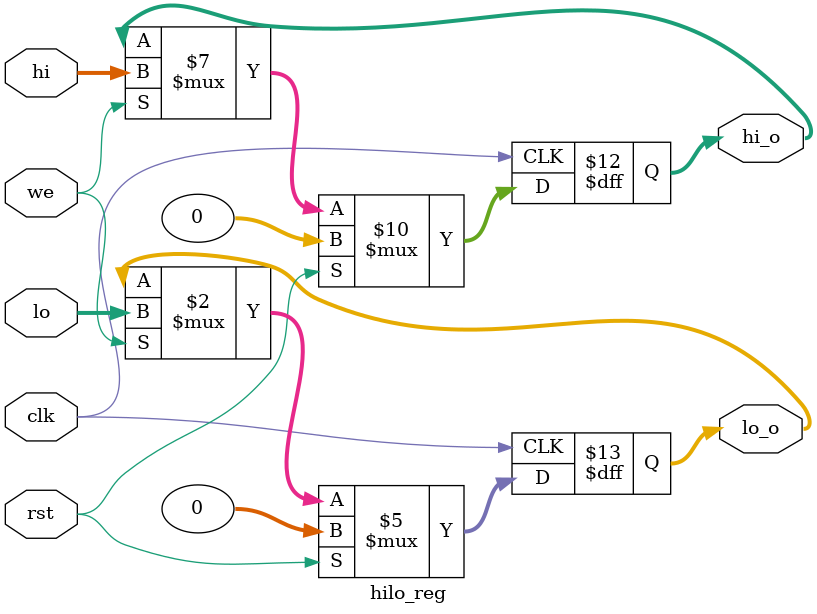
<source format=v>
`timescale 1ns / 1ps



module hilo_reg(
	input wire clk,rst,we,
	input wire[31:0] hi,lo,
	output reg[31:0] hi_o,lo_o
    );
	
	always @(posedge clk) begin
		if(rst) begin
			hi_o <= 0;
			lo_o <= 0;
		end else if (we) begin
			hi_o <= hi;
			lo_o <= lo;
		end
	end
endmodule

</source>
